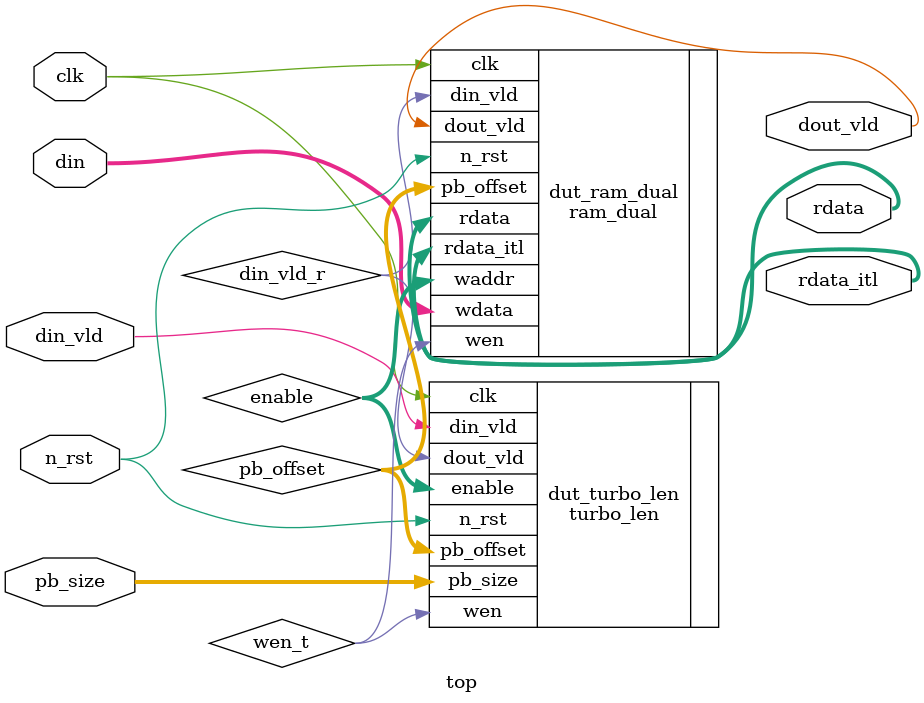
<source format=v>
`timescale 1ps/1ps
module top (
    input clk,
    input n_rst,
    input [1:0] pb_size,
    input [1:0] din,
    input din_vld,
    output [1:0] rdata,
    output [1:0] rdata_itl,
    //output rdata_ditl,
    output dout_vld
);
    wire [11:0] enable;
    wire [11:0] pb_offset;
    wire din_vld_r;
    wire wen_t;

    ram_dual dut_ram_dual (
        .clk(clk),
        .n_rst(n_rst),
        .wdata(din),
        .waddr(enable),
        .pb_offset(pb_offset),
        .wen(wen_t),
        .rdata(rdata),
        .rdata_itl(rdata_itl),
        .din_vld(din_vld_r),
        .dout_vld(dout_vld)
    );

    turbo_len dut_turbo_len (
        .clk(clk),
        .n_rst(n_rst),
        .din_vld(din_vld),
        .pb_size(pb_size),
        .enable(enable),
        .wen(wen_t),
        .pb_offset(pb_offset),
        .dout_vld(din_vld_r)
    );

endmodule
</source>
